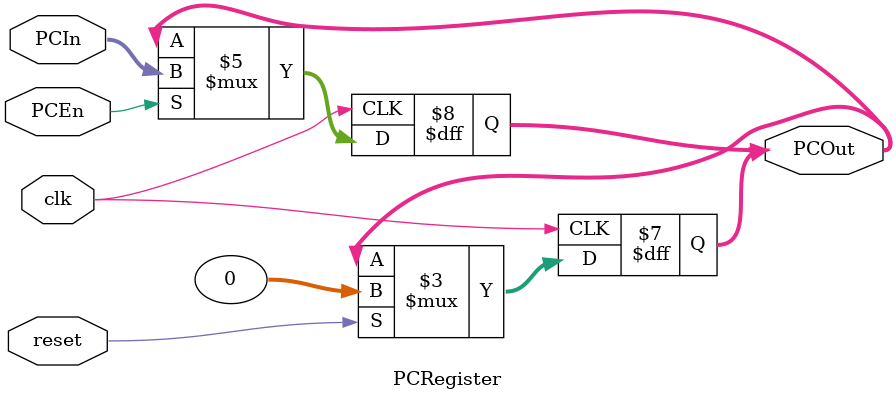
<source format=v>
module PCRegister(
    input clk,
    input reset,
    input PCEn,
    input [31:0] PCIn,
    output reg [31:0] PCOut
    );
    
    always @(posedge clk) begin
    if (PCEn)
        PCOut <= PCIn;
    end
    
    always @(posedge clk) begin
        if(reset) begin
            PCOut <= 0;
        end
    end
    
endmodule
</source>
